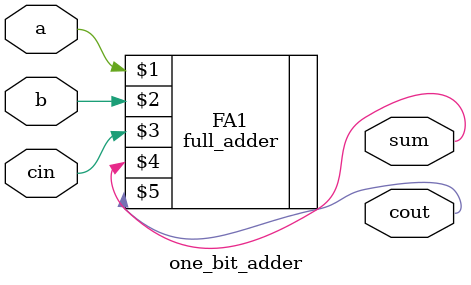
<source format=v>
module one_bit_adder(input [0:0] a, b, cin, output [0:0] sum, cout);
    full_adder FA1(a[0], b[0], cin, sum[0], cout);
endmodule
</source>
